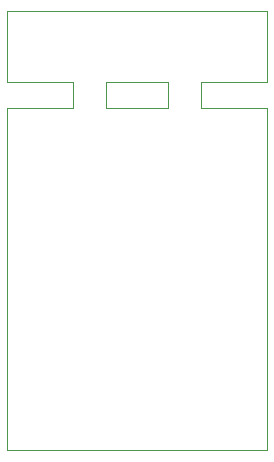
<source format=gbr>
%TF.GenerationSoftware,KiCad,Pcbnew,7.0.6-7.0.6~ubuntu22.04.1*%
%TF.CreationDate,2023-07-18T02:10:15-05:00*%
%TF.ProjectId,hydrophone_preamp,68796472-6f70-4686-9f6e-655f70726561,rev?*%
%TF.SameCoordinates,Original*%
%TF.FileFunction,Profile,NP*%
%FSLAX46Y46*%
G04 Gerber Fmt 4.6, Leading zero omitted, Abs format (unit mm)*
G04 Created by KiCad (PCBNEW 7.0.6-7.0.6~ubuntu22.04.1) date 2023-07-18 02:10:15*
%MOMM*%
%LPD*%
G01*
G04 APERTURE LIST*
%TA.AperFunction,Profile*%
%ADD10C,0.100000*%
%TD*%
G04 APERTURE END LIST*
D10*
X132600000Y-97800000D02*
X127400000Y-97800000D01*
X132600000Y-100000000D02*
X132600000Y-97800000D01*
X127400000Y-100000000D02*
X132600000Y-100000000D01*
X127400000Y-97800000D02*
X127400000Y-100000000D01*
X119000000Y-97800000D02*
X119000000Y-91800000D01*
X124600000Y-97800000D02*
X119000000Y-97800000D01*
X124600000Y-100000000D02*
X124600000Y-97800000D01*
X119000000Y-100000000D02*
X124600000Y-100000000D01*
X141000000Y-97800000D02*
X141000000Y-91800000D01*
X135400000Y-97800000D02*
X141000000Y-97800000D01*
X135400000Y-100000000D02*
X135400000Y-97800000D01*
X141000000Y-100000000D02*
X135400000Y-100000000D01*
X119000000Y-91800000D02*
X141000000Y-91800000D01*
X141000000Y-129000000D02*
X119000000Y-129000000D01*
X141000000Y-100000000D02*
X141000000Y-129000000D01*
X119000000Y-129000000D02*
X119000000Y-100000000D01*
M02*

</source>
